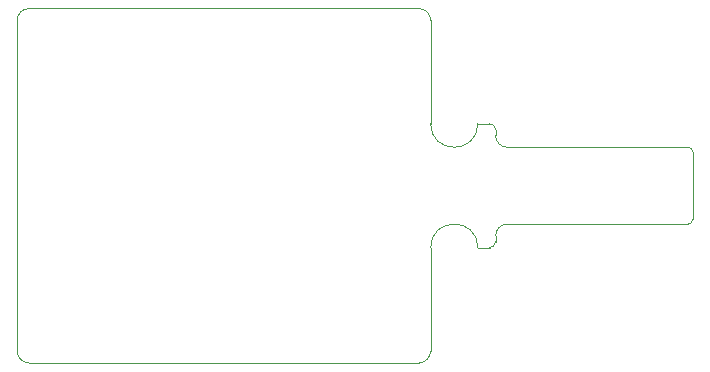
<source format=gbr>
%TF.GenerationSoftware,KiCad,Pcbnew,8.0.2*%
%TF.CreationDate,2024-05-05T22:58:05+02:00*%
%TF.ProjectId,PA3194G822_R01,50413331-3934-4473-9832-325f5230312e,A*%
%TF.SameCoordinates,Original*%
%TF.FileFunction,Profile,NP*%
%FSLAX46Y46*%
G04 Gerber Fmt 4.6, Leading zero omitted, Abs format (unit mm)*
G04 Created by KiCad (PCBNEW 8.0.2) date 2024-05-05 22:58:05*
%MOMM*%
%LPD*%
G01*
G04 APERTURE LIST*
%TA.AperFunction,Profile*%
%ADD10C,0.050000*%
%TD*%
G04 APERTURE END LIST*
D10*
X100000000Y-86000000D02*
G75*
G02*
X101000000Y-85000000I1000000J0D01*
G01*
X141500000Y-96750000D02*
G75*
G02*
X140500000Y-95750000I0J1000000D01*
G01*
X141500000Y-96750000D02*
X156800000Y-96750000D01*
X101000000Y-85000000D02*
X134000000Y-85000000D01*
X135000000Y-114000000D02*
X135000000Y-105250000D01*
X101000000Y-115000000D02*
X134000000Y-115000000D01*
X134000000Y-85000000D02*
G75*
G02*
X135000000Y-86000000I0J-1000000D01*
G01*
X135000000Y-105250000D02*
G75*
G02*
X139000000Y-105250000I2000000J0D01*
G01*
X157200000Y-97150000D02*
X157200000Y-102850000D01*
X140500000Y-104250000D02*
G75*
G02*
X141500000Y-103250000I1000000J0D01*
G01*
X135000000Y-114000000D02*
G75*
G02*
X134000000Y-115000000I-1000000J0D01*
G01*
X156800000Y-96750000D02*
G75*
G02*
X157200000Y-97150000I0J-400000D01*
G01*
X135000000Y-86000000D02*
X135000000Y-94750000D01*
X140000000Y-94750000D02*
G75*
G02*
X140500000Y-95250000I0J-500000D01*
G01*
X141500000Y-103250000D02*
X156800000Y-103250000D01*
X139000000Y-105250000D02*
X140000000Y-105250000D01*
X157200000Y-102850000D02*
G75*
G02*
X156800000Y-103250000I-400000J0D01*
G01*
X140500000Y-95250000D02*
X140500000Y-95750000D01*
X140500000Y-104750000D02*
G75*
G02*
X140000000Y-105250000I-500000J0D01*
G01*
X139000000Y-94750000D02*
X140000000Y-94750000D01*
X100000000Y-86000000D02*
X100000000Y-114000000D01*
X101000000Y-115000000D02*
G75*
G02*
X100000000Y-114000000I0J1000000D01*
G01*
X139000000Y-94750000D02*
G75*
G02*
X135000000Y-94750000I-2000000J0D01*
G01*
X140500000Y-104750000D02*
X140500000Y-104250000D01*
M02*

</source>
